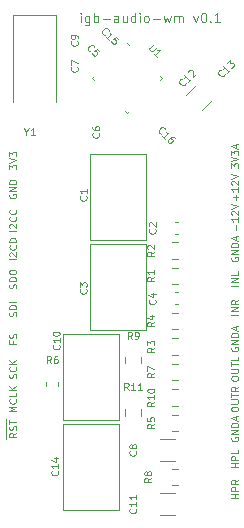
<source format=gto>
G04 #@! TF.GenerationSoftware,KiCad,Pcbnew,(5.1.4)-1*
G04 #@! TF.CreationDate,2021-04-18T09:35:50+09:00*
G04 #@! TF.ProjectId,audio-board-wm8731,61756469-6f2d-4626-9f61-72642d776d38,rev?*
G04 #@! TF.SameCoordinates,Original*
G04 #@! TF.FileFunction,Legend,Top*
G04 #@! TF.FilePolarity,Positive*
%FSLAX46Y46*%
G04 Gerber Fmt 4.6, Leading zero omitted, Abs format (unit mm)*
G04 Created by KiCad (PCBNEW (5.1.4)-1) date 2021-04-18 09:35:50*
%MOMM*%
%LPD*%
G04 APERTURE LIST*
%ADD10C,0.120000*%
%ADD11C,0.100000*%
G04 APERTURE END LIST*
D10*
X57433333Y-41763904D02*
X57433333Y-41230571D01*
X57433333Y-40963904D02*
X57395238Y-41002000D01*
X57433333Y-41040095D01*
X57471428Y-41002000D01*
X57433333Y-40963904D01*
X57433333Y-41040095D01*
X58157142Y-41230571D02*
X58157142Y-41878190D01*
X58119047Y-41954380D01*
X58080952Y-41992476D01*
X58004761Y-42030571D01*
X57890476Y-42030571D01*
X57814285Y-41992476D01*
X58157142Y-41725809D02*
X58080952Y-41763904D01*
X57928571Y-41763904D01*
X57852380Y-41725809D01*
X57814285Y-41687714D01*
X57776190Y-41611523D01*
X57776190Y-41382952D01*
X57814285Y-41306761D01*
X57852380Y-41268666D01*
X57928571Y-41230571D01*
X58080952Y-41230571D01*
X58157142Y-41268666D01*
X58538095Y-41763904D02*
X58538095Y-40963904D01*
X58538095Y-41268666D02*
X58614285Y-41230571D01*
X58766666Y-41230571D01*
X58842857Y-41268666D01*
X58880952Y-41306761D01*
X58919047Y-41382952D01*
X58919047Y-41611523D01*
X58880952Y-41687714D01*
X58842857Y-41725809D01*
X58766666Y-41763904D01*
X58614285Y-41763904D01*
X58538095Y-41725809D01*
X59261904Y-41459142D02*
X59871428Y-41459142D01*
X60595238Y-41763904D02*
X60595238Y-41344857D01*
X60557142Y-41268666D01*
X60480952Y-41230571D01*
X60328571Y-41230571D01*
X60252380Y-41268666D01*
X60595238Y-41725809D02*
X60519047Y-41763904D01*
X60328571Y-41763904D01*
X60252380Y-41725809D01*
X60214285Y-41649619D01*
X60214285Y-41573428D01*
X60252380Y-41497238D01*
X60328571Y-41459142D01*
X60519047Y-41459142D01*
X60595238Y-41421047D01*
X61319047Y-41230571D02*
X61319047Y-41763904D01*
X60976190Y-41230571D02*
X60976190Y-41649619D01*
X61014285Y-41725809D01*
X61090476Y-41763904D01*
X61204761Y-41763904D01*
X61280952Y-41725809D01*
X61319047Y-41687714D01*
X62042857Y-41763904D02*
X62042857Y-40963904D01*
X62042857Y-41725809D02*
X61966666Y-41763904D01*
X61814285Y-41763904D01*
X61738095Y-41725809D01*
X61700000Y-41687714D01*
X61661904Y-41611523D01*
X61661904Y-41382952D01*
X61700000Y-41306761D01*
X61738095Y-41268666D01*
X61814285Y-41230571D01*
X61966666Y-41230571D01*
X62042857Y-41268666D01*
X62423809Y-41763904D02*
X62423809Y-41230571D01*
X62423809Y-40963904D02*
X62385714Y-41002000D01*
X62423809Y-41040095D01*
X62461904Y-41002000D01*
X62423809Y-40963904D01*
X62423809Y-41040095D01*
X62919047Y-41763904D02*
X62842857Y-41725809D01*
X62804761Y-41687714D01*
X62766666Y-41611523D01*
X62766666Y-41382952D01*
X62804761Y-41306761D01*
X62842857Y-41268666D01*
X62919047Y-41230571D01*
X63033333Y-41230571D01*
X63109523Y-41268666D01*
X63147619Y-41306761D01*
X63185714Y-41382952D01*
X63185714Y-41611523D01*
X63147619Y-41687714D01*
X63109523Y-41725809D01*
X63033333Y-41763904D01*
X62919047Y-41763904D01*
X63528571Y-41459142D02*
X64138095Y-41459142D01*
X64442857Y-41230571D02*
X64595238Y-41763904D01*
X64747619Y-41382952D01*
X64900000Y-41763904D01*
X65052380Y-41230571D01*
X65357142Y-41763904D02*
X65357142Y-41230571D01*
X65357142Y-41306761D02*
X65395238Y-41268666D01*
X65471428Y-41230571D01*
X65585714Y-41230571D01*
X65661904Y-41268666D01*
X65700000Y-41344857D01*
X65700000Y-41763904D01*
X65700000Y-41344857D02*
X65738095Y-41268666D01*
X65814285Y-41230571D01*
X65928571Y-41230571D01*
X66004761Y-41268666D01*
X66042857Y-41344857D01*
X66042857Y-41763904D01*
X66957142Y-41230571D02*
X67147619Y-41763904D01*
X67338095Y-41230571D01*
X67795238Y-40963904D02*
X67871428Y-40963904D01*
X67947619Y-41002000D01*
X67985714Y-41040095D01*
X68023809Y-41116285D01*
X68061904Y-41268666D01*
X68061904Y-41459142D01*
X68023809Y-41611523D01*
X67985714Y-41687714D01*
X67947619Y-41725809D01*
X67871428Y-41763904D01*
X67795238Y-41763904D01*
X67719047Y-41725809D01*
X67680952Y-41687714D01*
X67642857Y-41611523D01*
X67604761Y-41459142D01*
X67604761Y-41268666D01*
X67642857Y-41116285D01*
X67680952Y-41040095D01*
X67719047Y-41002000D01*
X67795238Y-40963904D01*
X68404761Y-41687714D02*
X68442857Y-41725809D01*
X68404761Y-41763904D01*
X68366666Y-41725809D01*
X68404761Y-41687714D01*
X68404761Y-41763904D01*
X69204761Y-41763904D02*
X68747619Y-41763904D01*
X68976190Y-41763904D02*
X68976190Y-40963904D01*
X68900000Y-41078190D01*
X68823809Y-41154380D01*
X68747619Y-41192476D01*
D11*
X51360428Y-54209857D02*
X51360428Y-53838428D01*
X51589000Y-54038428D01*
X51589000Y-53952714D01*
X51617571Y-53895571D01*
X51646142Y-53867000D01*
X51703285Y-53838428D01*
X51846142Y-53838428D01*
X51903285Y-53867000D01*
X51931857Y-53895571D01*
X51960428Y-53952714D01*
X51960428Y-54124142D01*
X51931857Y-54181285D01*
X51903285Y-54209857D01*
X51360428Y-53667000D02*
X51960428Y-53467000D01*
X51360428Y-53267000D01*
X51360428Y-53124142D02*
X51360428Y-52752714D01*
X51589000Y-52952714D01*
X51589000Y-52867000D01*
X51617571Y-52809857D01*
X51646142Y-52781285D01*
X51703285Y-52752714D01*
X51846142Y-52752714D01*
X51903285Y-52781285D01*
X51931857Y-52809857D01*
X51960428Y-52867000D01*
X51960428Y-53038428D01*
X51931857Y-53095571D01*
X51903285Y-53124142D01*
X51389000Y-56337142D02*
X51360428Y-56394285D01*
X51360428Y-56480000D01*
X51389000Y-56565714D01*
X51446142Y-56622857D01*
X51503285Y-56651428D01*
X51617571Y-56680000D01*
X51703285Y-56680000D01*
X51817571Y-56651428D01*
X51874714Y-56622857D01*
X51931857Y-56565714D01*
X51960428Y-56480000D01*
X51960428Y-56422857D01*
X51931857Y-56337142D01*
X51903285Y-56308571D01*
X51703285Y-56308571D01*
X51703285Y-56422857D01*
X51960428Y-56051428D02*
X51360428Y-56051428D01*
X51960428Y-55708571D01*
X51360428Y-55708571D01*
X51960428Y-55422857D02*
X51360428Y-55422857D01*
X51360428Y-55280000D01*
X51389000Y-55194285D01*
X51446142Y-55137142D01*
X51503285Y-55108571D01*
X51617571Y-55080000D01*
X51703285Y-55080000D01*
X51817571Y-55108571D01*
X51874714Y-55137142D01*
X51931857Y-55194285D01*
X51960428Y-55280000D01*
X51960428Y-55422857D01*
X51960428Y-59432714D02*
X51360428Y-59432714D01*
X51417571Y-59175571D02*
X51389000Y-59147000D01*
X51360428Y-59089857D01*
X51360428Y-58947000D01*
X51389000Y-58889857D01*
X51417571Y-58861285D01*
X51474714Y-58832714D01*
X51531857Y-58832714D01*
X51617571Y-58861285D01*
X51960428Y-59204142D01*
X51960428Y-58832714D01*
X51903285Y-58232714D02*
X51931857Y-58261285D01*
X51960428Y-58347000D01*
X51960428Y-58404142D01*
X51931857Y-58489857D01*
X51874714Y-58547000D01*
X51817571Y-58575571D01*
X51703285Y-58604142D01*
X51617571Y-58604142D01*
X51503285Y-58575571D01*
X51446142Y-58547000D01*
X51389000Y-58489857D01*
X51360428Y-58404142D01*
X51360428Y-58347000D01*
X51389000Y-58261285D01*
X51417571Y-58232714D01*
X51903285Y-57632714D02*
X51931857Y-57661285D01*
X51960428Y-57747000D01*
X51960428Y-57804142D01*
X51931857Y-57889857D01*
X51874714Y-57947000D01*
X51817571Y-57975571D01*
X51703285Y-58004142D01*
X51617571Y-58004142D01*
X51503285Y-57975571D01*
X51446142Y-57947000D01*
X51389000Y-57889857D01*
X51360428Y-57804142D01*
X51360428Y-57747000D01*
X51389000Y-57661285D01*
X51417571Y-57632714D01*
X51960428Y-61845714D02*
X51360428Y-61845714D01*
X51417571Y-61588571D02*
X51389000Y-61560000D01*
X51360428Y-61502857D01*
X51360428Y-61360000D01*
X51389000Y-61302857D01*
X51417571Y-61274285D01*
X51474714Y-61245714D01*
X51531857Y-61245714D01*
X51617571Y-61274285D01*
X51960428Y-61617142D01*
X51960428Y-61245714D01*
X51903285Y-60645714D02*
X51931857Y-60674285D01*
X51960428Y-60760000D01*
X51960428Y-60817142D01*
X51931857Y-60902857D01*
X51874714Y-60960000D01*
X51817571Y-60988571D01*
X51703285Y-61017142D01*
X51617571Y-61017142D01*
X51503285Y-60988571D01*
X51446142Y-60960000D01*
X51389000Y-60902857D01*
X51360428Y-60817142D01*
X51360428Y-60760000D01*
X51389000Y-60674285D01*
X51417571Y-60645714D01*
X51960428Y-60388571D02*
X51360428Y-60388571D01*
X51360428Y-60245714D01*
X51389000Y-60160000D01*
X51446142Y-60102857D01*
X51503285Y-60074285D01*
X51617571Y-60045714D01*
X51703285Y-60045714D01*
X51817571Y-60074285D01*
X51874714Y-60102857D01*
X51931857Y-60160000D01*
X51960428Y-60245714D01*
X51960428Y-60388571D01*
X51931857Y-64285714D02*
X51960428Y-64200000D01*
X51960428Y-64057142D01*
X51931857Y-64000000D01*
X51903285Y-63971428D01*
X51846142Y-63942857D01*
X51789000Y-63942857D01*
X51731857Y-63971428D01*
X51703285Y-64000000D01*
X51674714Y-64057142D01*
X51646142Y-64171428D01*
X51617571Y-64228571D01*
X51589000Y-64257142D01*
X51531857Y-64285714D01*
X51474714Y-64285714D01*
X51417571Y-64257142D01*
X51389000Y-64228571D01*
X51360428Y-64171428D01*
X51360428Y-64028571D01*
X51389000Y-63942857D01*
X51960428Y-63685714D02*
X51360428Y-63685714D01*
X51360428Y-63542857D01*
X51389000Y-63457142D01*
X51446142Y-63400000D01*
X51503285Y-63371428D01*
X51617571Y-63342857D01*
X51703285Y-63342857D01*
X51817571Y-63371428D01*
X51874714Y-63400000D01*
X51931857Y-63457142D01*
X51960428Y-63542857D01*
X51960428Y-63685714D01*
X51360428Y-62971428D02*
X51360428Y-62857142D01*
X51389000Y-62800000D01*
X51446142Y-62742857D01*
X51560428Y-62714285D01*
X51760428Y-62714285D01*
X51874714Y-62742857D01*
X51931857Y-62800000D01*
X51960428Y-62857142D01*
X51960428Y-62971428D01*
X51931857Y-63028571D01*
X51874714Y-63085714D01*
X51760428Y-63114285D01*
X51560428Y-63114285D01*
X51446142Y-63085714D01*
X51389000Y-63028571D01*
X51360428Y-62971428D01*
X51931857Y-66654285D02*
X51960428Y-66568571D01*
X51960428Y-66425714D01*
X51931857Y-66368571D01*
X51903285Y-66340000D01*
X51846142Y-66311428D01*
X51789000Y-66311428D01*
X51731857Y-66340000D01*
X51703285Y-66368571D01*
X51674714Y-66425714D01*
X51646142Y-66540000D01*
X51617571Y-66597142D01*
X51589000Y-66625714D01*
X51531857Y-66654285D01*
X51474714Y-66654285D01*
X51417571Y-66625714D01*
X51389000Y-66597142D01*
X51360428Y-66540000D01*
X51360428Y-66397142D01*
X51389000Y-66311428D01*
X51960428Y-66054285D02*
X51360428Y-66054285D01*
X51360428Y-65911428D01*
X51389000Y-65825714D01*
X51446142Y-65768571D01*
X51503285Y-65740000D01*
X51617571Y-65711428D01*
X51703285Y-65711428D01*
X51817571Y-65740000D01*
X51874714Y-65768571D01*
X51931857Y-65825714D01*
X51960428Y-65911428D01*
X51960428Y-66054285D01*
X51960428Y-65454285D02*
X51360428Y-65454285D01*
X51646142Y-68780000D02*
X51646142Y-68980000D01*
X51960428Y-68980000D02*
X51360428Y-68980000D01*
X51360428Y-68694285D01*
X51931857Y-68494285D02*
X51960428Y-68408571D01*
X51960428Y-68265714D01*
X51931857Y-68208571D01*
X51903285Y-68180000D01*
X51846142Y-68151428D01*
X51789000Y-68151428D01*
X51731857Y-68180000D01*
X51703285Y-68208571D01*
X51674714Y-68265714D01*
X51646142Y-68380000D01*
X51617571Y-68437142D01*
X51589000Y-68465714D01*
X51531857Y-68494285D01*
X51474714Y-68494285D01*
X51417571Y-68465714D01*
X51389000Y-68437142D01*
X51360428Y-68380000D01*
X51360428Y-68237142D01*
X51389000Y-68151428D01*
X51931857Y-71891428D02*
X51960428Y-71805714D01*
X51960428Y-71662857D01*
X51931857Y-71605714D01*
X51903285Y-71577142D01*
X51846142Y-71548571D01*
X51789000Y-71548571D01*
X51731857Y-71577142D01*
X51703285Y-71605714D01*
X51674714Y-71662857D01*
X51646142Y-71777142D01*
X51617571Y-71834285D01*
X51589000Y-71862857D01*
X51531857Y-71891428D01*
X51474714Y-71891428D01*
X51417571Y-71862857D01*
X51389000Y-71834285D01*
X51360428Y-71777142D01*
X51360428Y-71634285D01*
X51389000Y-71548571D01*
X51903285Y-70948571D02*
X51931857Y-70977142D01*
X51960428Y-71062857D01*
X51960428Y-71120000D01*
X51931857Y-71205714D01*
X51874714Y-71262857D01*
X51817571Y-71291428D01*
X51703285Y-71320000D01*
X51617571Y-71320000D01*
X51503285Y-71291428D01*
X51446142Y-71262857D01*
X51389000Y-71205714D01*
X51360428Y-71120000D01*
X51360428Y-71062857D01*
X51389000Y-70977142D01*
X51417571Y-70948571D01*
X51960428Y-70691428D02*
X51360428Y-70691428D01*
X51960428Y-70348571D02*
X51617571Y-70605714D01*
X51360428Y-70348571D02*
X51703285Y-70691428D01*
X51960428Y-74702857D02*
X51360428Y-74702857D01*
X51789000Y-74502857D01*
X51360428Y-74302857D01*
X51960428Y-74302857D01*
X51903285Y-73674285D02*
X51931857Y-73702857D01*
X51960428Y-73788571D01*
X51960428Y-73845714D01*
X51931857Y-73931428D01*
X51874714Y-73988571D01*
X51817571Y-74017142D01*
X51703285Y-74045714D01*
X51617571Y-74045714D01*
X51503285Y-74017142D01*
X51446142Y-73988571D01*
X51389000Y-73931428D01*
X51360428Y-73845714D01*
X51360428Y-73788571D01*
X51389000Y-73702857D01*
X51417571Y-73674285D01*
X51960428Y-73131428D02*
X51960428Y-73417142D01*
X51360428Y-73417142D01*
X51960428Y-72931428D02*
X51360428Y-72931428D01*
X51960428Y-72588571D02*
X51617571Y-72845714D01*
X51360428Y-72588571D02*
X51703285Y-72931428D01*
X51127000Y-77014285D02*
X51127000Y-76414285D01*
X51960428Y-76528571D02*
X51674714Y-76728571D01*
X51960428Y-76871428D02*
X51360428Y-76871428D01*
X51360428Y-76642857D01*
X51389000Y-76585714D01*
X51417571Y-76557142D01*
X51474714Y-76528571D01*
X51560428Y-76528571D01*
X51617571Y-76557142D01*
X51646142Y-76585714D01*
X51674714Y-76642857D01*
X51674714Y-76871428D01*
X51127000Y-76414285D02*
X51127000Y-75842857D01*
X51931857Y-76300000D02*
X51960428Y-76214285D01*
X51960428Y-76071428D01*
X51931857Y-76014285D01*
X51903285Y-75985714D01*
X51846142Y-75957142D01*
X51789000Y-75957142D01*
X51731857Y-75985714D01*
X51703285Y-76014285D01*
X51674714Y-76071428D01*
X51646142Y-76185714D01*
X51617571Y-76242857D01*
X51589000Y-76271428D01*
X51531857Y-76300000D01*
X51474714Y-76300000D01*
X51417571Y-76271428D01*
X51389000Y-76242857D01*
X51360428Y-76185714D01*
X51360428Y-76042857D01*
X51389000Y-75957142D01*
X51127000Y-75842857D02*
X51127000Y-75385714D01*
X51360428Y-75785714D02*
X51360428Y-75442857D01*
X51960428Y-75614285D02*
X51360428Y-75614285D01*
X70756428Y-82051428D02*
X70156428Y-82051428D01*
X70442142Y-82051428D02*
X70442142Y-81708571D01*
X70756428Y-81708571D02*
X70156428Y-81708571D01*
X70756428Y-81422857D02*
X70156428Y-81422857D01*
X70156428Y-81194285D01*
X70185000Y-81137142D01*
X70213571Y-81108571D01*
X70270714Y-81080000D01*
X70356428Y-81080000D01*
X70413571Y-81108571D01*
X70442142Y-81137142D01*
X70470714Y-81194285D01*
X70470714Y-81422857D01*
X70756428Y-80480000D02*
X70470714Y-80680000D01*
X70756428Y-80822857D02*
X70156428Y-80822857D01*
X70156428Y-80594285D01*
X70185000Y-80537142D01*
X70213571Y-80508571D01*
X70270714Y-80480000D01*
X70356428Y-80480000D01*
X70413571Y-80508571D01*
X70442142Y-80537142D01*
X70470714Y-80594285D01*
X70470714Y-80822857D01*
X70756428Y-79454285D02*
X70156428Y-79454285D01*
X70442142Y-79454285D02*
X70442142Y-79111428D01*
X70756428Y-79111428D02*
X70156428Y-79111428D01*
X70756428Y-78825714D02*
X70156428Y-78825714D01*
X70156428Y-78597142D01*
X70185000Y-78540000D01*
X70213571Y-78511428D01*
X70270714Y-78482857D01*
X70356428Y-78482857D01*
X70413571Y-78511428D01*
X70442142Y-78540000D01*
X70470714Y-78597142D01*
X70470714Y-78825714D01*
X70756428Y-77940000D02*
X70756428Y-78225714D01*
X70156428Y-78225714D01*
X70185000Y-76914285D02*
X70156428Y-76971428D01*
X70156428Y-77057142D01*
X70185000Y-77142857D01*
X70242142Y-77200000D01*
X70299285Y-77228571D01*
X70413571Y-77257142D01*
X70499285Y-77257142D01*
X70613571Y-77228571D01*
X70670714Y-77200000D01*
X70727857Y-77142857D01*
X70756428Y-77057142D01*
X70756428Y-77000000D01*
X70727857Y-76914285D01*
X70699285Y-76885714D01*
X70499285Y-76885714D01*
X70499285Y-77000000D01*
X70756428Y-76628571D02*
X70156428Y-76628571D01*
X70756428Y-76285714D01*
X70156428Y-76285714D01*
X70756428Y-76000000D02*
X70156428Y-76000000D01*
X70156428Y-75857142D01*
X70185000Y-75771428D01*
X70242142Y-75714285D01*
X70299285Y-75685714D01*
X70413571Y-75657142D01*
X70499285Y-75657142D01*
X70613571Y-75685714D01*
X70670714Y-75714285D01*
X70727857Y-75771428D01*
X70756428Y-75857142D01*
X70756428Y-76000000D01*
X70585000Y-75428571D02*
X70585000Y-75142857D01*
X70756428Y-75485714D02*
X70156428Y-75285714D01*
X70756428Y-75085714D01*
X70156428Y-74560000D02*
X70156428Y-74445714D01*
X70185000Y-74388571D01*
X70242142Y-74331428D01*
X70356428Y-74302857D01*
X70556428Y-74302857D01*
X70670714Y-74331428D01*
X70727857Y-74388571D01*
X70756428Y-74445714D01*
X70756428Y-74560000D01*
X70727857Y-74617142D01*
X70670714Y-74674285D01*
X70556428Y-74702857D01*
X70356428Y-74702857D01*
X70242142Y-74674285D01*
X70185000Y-74617142D01*
X70156428Y-74560000D01*
X70156428Y-74045714D02*
X70642142Y-74045714D01*
X70699285Y-74017142D01*
X70727857Y-73988571D01*
X70756428Y-73931428D01*
X70756428Y-73817142D01*
X70727857Y-73760000D01*
X70699285Y-73731428D01*
X70642142Y-73702857D01*
X70156428Y-73702857D01*
X70156428Y-73502857D02*
X70156428Y-73160000D01*
X70756428Y-73331428D02*
X70156428Y-73331428D01*
X70756428Y-72617142D02*
X70470714Y-72817142D01*
X70756428Y-72960000D02*
X70156428Y-72960000D01*
X70156428Y-72731428D01*
X70185000Y-72674285D01*
X70213571Y-72645714D01*
X70270714Y-72617142D01*
X70356428Y-72617142D01*
X70413571Y-72645714D01*
X70442142Y-72674285D01*
X70470714Y-72731428D01*
X70470714Y-72960000D01*
X70156428Y-71962857D02*
X70156428Y-71848571D01*
X70185000Y-71791428D01*
X70242142Y-71734285D01*
X70356428Y-71705714D01*
X70556428Y-71705714D01*
X70670714Y-71734285D01*
X70727857Y-71791428D01*
X70756428Y-71848571D01*
X70756428Y-71962857D01*
X70727857Y-72020000D01*
X70670714Y-72077142D01*
X70556428Y-72105714D01*
X70356428Y-72105714D01*
X70242142Y-72077142D01*
X70185000Y-72020000D01*
X70156428Y-71962857D01*
X70156428Y-71448571D02*
X70642142Y-71448571D01*
X70699285Y-71420000D01*
X70727857Y-71391428D01*
X70756428Y-71334285D01*
X70756428Y-71220000D01*
X70727857Y-71162857D01*
X70699285Y-71134285D01*
X70642142Y-71105714D01*
X70156428Y-71105714D01*
X70156428Y-70905714D02*
X70156428Y-70562857D01*
X70756428Y-70734285D02*
X70156428Y-70734285D01*
X70756428Y-70077142D02*
X70756428Y-70362857D01*
X70156428Y-70362857D01*
X70185000Y-69294285D02*
X70156428Y-69351428D01*
X70156428Y-69437142D01*
X70185000Y-69522857D01*
X70242142Y-69580000D01*
X70299285Y-69608571D01*
X70413571Y-69637142D01*
X70499285Y-69637142D01*
X70613571Y-69608571D01*
X70670714Y-69580000D01*
X70727857Y-69522857D01*
X70756428Y-69437142D01*
X70756428Y-69380000D01*
X70727857Y-69294285D01*
X70699285Y-69265714D01*
X70499285Y-69265714D01*
X70499285Y-69380000D01*
X70756428Y-69008571D02*
X70156428Y-69008571D01*
X70756428Y-68665714D01*
X70156428Y-68665714D01*
X70756428Y-68380000D02*
X70156428Y-68380000D01*
X70156428Y-68237142D01*
X70185000Y-68151428D01*
X70242142Y-68094285D01*
X70299285Y-68065714D01*
X70413571Y-68037142D01*
X70499285Y-68037142D01*
X70613571Y-68065714D01*
X70670714Y-68094285D01*
X70727857Y-68151428D01*
X70756428Y-68237142D01*
X70756428Y-68380000D01*
X70585000Y-67808571D02*
X70585000Y-67522857D01*
X70756428Y-67865714D02*
X70156428Y-67665714D01*
X70756428Y-67465714D01*
X70756428Y-66527285D02*
X70156428Y-66527285D01*
X70756428Y-66241571D02*
X70156428Y-66241571D01*
X70756428Y-65898714D01*
X70156428Y-65898714D01*
X70756428Y-65270142D02*
X70470714Y-65470142D01*
X70756428Y-65613000D02*
X70156428Y-65613000D01*
X70156428Y-65384428D01*
X70185000Y-65327285D01*
X70213571Y-65298714D01*
X70270714Y-65270142D01*
X70356428Y-65270142D01*
X70413571Y-65298714D01*
X70442142Y-65327285D01*
X70470714Y-65384428D01*
X70470714Y-65613000D01*
X70756428Y-64057142D02*
X70156428Y-64057142D01*
X70756428Y-63771428D02*
X70156428Y-63771428D01*
X70756428Y-63428571D01*
X70156428Y-63428571D01*
X70756428Y-62857142D02*
X70756428Y-63142857D01*
X70156428Y-63142857D01*
X70185000Y-61674285D02*
X70156428Y-61731428D01*
X70156428Y-61817142D01*
X70185000Y-61902857D01*
X70242142Y-61960000D01*
X70299285Y-61988571D01*
X70413571Y-62017142D01*
X70499285Y-62017142D01*
X70613571Y-61988571D01*
X70670714Y-61960000D01*
X70727857Y-61902857D01*
X70756428Y-61817142D01*
X70756428Y-61760000D01*
X70727857Y-61674285D01*
X70699285Y-61645714D01*
X70499285Y-61645714D01*
X70499285Y-61760000D01*
X70756428Y-61388571D02*
X70156428Y-61388571D01*
X70756428Y-61045714D01*
X70156428Y-61045714D01*
X70756428Y-60760000D02*
X70156428Y-60760000D01*
X70156428Y-60617142D01*
X70185000Y-60531428D01*
X70242142Y-60474285D01*
X70299285Y-60445714D01*
X70413571Y-60417142D01*
X70499285Y-60417142D01*
X70613571Y-60445714D01*
X70670714Y-60474285D01*
X70727857Y-60531428D01*
X70756428Y-60617142D01*
X70756428Y-60760000D01*
X70585000Y-60188571D02*
X70585000Y-59902857D01*
X70756428Y-60245714D02*
X70156428Y-60045714D01*
X70756428Y-59845714D01*
X70527857Y-59350142D02*
X70527857Y-58893000D01*
X70756428Y-58293000D02*
X70756428Y-58635857D01*
X70756428Y-58464428D02*
X70156428Y-58464428D01*
X70242142Y-58521571D01*
X70299285Y-58578714D01*
X70327857Y-58635857D01*
X70213571Y-58064428D02*
X70185000Y-58035857D01*
X70156428Y-57978714D01*
X70156428Y-57835857D01*
X70185000Y-57778714D01*
X70213571Y-57750142D01*
X70270714Y-57721571D01*
X70327857Y-57721571D01*
X70413571Y-57750142D01*
X70756428Y-58093000D01*
X70756428Y-57721571D01*
X70156428Y-57550142D02*
X70756428Y-57350142D01*
X70156428Y-57150142D01*
X70527857Y-56810142D02*
X70527857Y-56353000D01*
X70756428Y-56581571D02*
X70299285Y-56581571D01*
X70756428Y-55753000D02*
X70756428Y-56095857D01*
X70756428Y-55924428D02*
X70156428Y-55924428D01*
X70242142Y-55981571D01*
X70299285Y-56038714D01*
X70327857Y-56095857D01*
X70213571Y-55524428D02*
X70185000Y-55495857D01*
X70156428Y-55438714D01*
X70156428Y-55295857D01*
X70185000Y-55238714D01*
X70213571Y-55210142D01*
X70270714Y-55181571D01*
X70327857Y-55181571D01*
X70413571Y-55210142D01*
X70756428Y-55553000D01*
X70756428Y-55181571D01*
X70156428Y-55010142D02*
X70756428Y-54810142D01*
X70156428Y-54610142D01*
X70156428Y-54086000D02*
X70156428Y-53714571D01*
X70385000Y-53914571D01*
X70385000Y-53828857D01*
X70413571Y-53771714D01*
X70442142Y-53743142D01*
X70499285Y-53714571D01*
X70642142Y-53714571D01*
X70699285Y-53743142D01*
X70727857Y-53771714D01*
X70756428Y-53828857D01*
X70756428Y-54000285D01*
X70727857Y-54057428D01*
X70699285Y-54086000D01*
X70156428Y-53543142D02*
X70756428Y-53343142D01*
X70156428Y-53143142D01*
X70156428Y-53000285D02*
X70156428Y-52628857D01*
X70385000Y-52828857D01*
X70385000Y-52743142D01*
X70413571Y-52686000D01*
X70442142Y-52657428D01*
X70499285Y-52628857D01*
X70642142Y-52628857D01*
X70699285Y-52657428D01*
X70727857Y-52686000D01*
X70756428Y-52743142D01*
X70756428Y-52914571D01*
X70727857Y-52971714D01*
X70699285Y-53000285D01*
X70585000Y-52400285D02*
X70585000Y-52114571D01*
X70756428Y-52457428D02*
X70156428Y-52257428D01*
X70756428Y-52057428D01*
D10*
X61500099Y-43657108D02*
X61341000Y-43498009D01*
X61341000Y-49465991D02*
X61500099Y-49306892D01*
X61181901Y-49306892D02*
X61341000Y-49465991D01*
X58357009Y-46482000D02*
X58516108Y-46322901D01*
X58516108Y-46641099D02*
X58357009Y-46482000D01*
X64324991Y-46482000D02*
X64165892Y-46641099D01*
X64165892Y-46322901D02*
X64324991Y-46482000D01*
X54481000Y-72552779D02*
X54481000Y-72227221D01*
X55501000Y-72552779D02*
X55501000Y-72227221D01*
X51700000Y-41175000D02*
X51700000Y-48500000D01*
X55300000Y-41175000D02*
X51700000Y-41175000D01*
X55300000Y-48500000D02*
X55300000Y-41175000D01*
X62559000Y-75061578D02*
X62559000Y-74544422D01*
X61139000Y-75061578D02*
X61139000Y-74544422D01*
X65146422Y-74243000D02*
X65663578Y-74243000D01*
X65146422Y-72823000D02*
X65663578Y-72823000D01*
X61139000Y-70099422D02*
X61139000Y-70616578D01*
X62559000Y-70099422D02*
X62559000Y-70616578D01*
X65146422Y-80974000D02*
X65663578Y-80974000D01*
X65146422Y-79554000D02*
X65663578Y-79554000D01*
X65146422Y-72084000D02*
X65663578Y-72084000D01*
X65146422Y-70664000D02*
X65663578Y-70664000D01*
X65146422Y-76402000D02*
X65663578Y-76402000D01*
X65146422Y-74982000D02*
X65663578Y-74982000D01*
X65146422Y-67766000D02*
X65663578Y-67766000D01*
X65146422Y-66346000D02*
X65663578Y-66346000D01*
X65146422Y-69925000D02*
X65663578Y-69925000D01*
X65146422Y-68505000D02*
X65663578Y-68505000D01*
X65146422Y-61797000D02*
X65663578Y-61797000D01*
X65146422Y-60377000D02*
X65663578Y-60377000D01*
X65146422Y-63956000D02*
X65663578Y-63956000D01*
X65146422Y-62536000D02*
X65663578Y-62536000D01*
X55923000Y-75795000D02*
X60663000Y-75795000D01*
X55923000Y-83035000D02*
X60663000Y-83035000D01*
X60663000Y-83035000D02*
X60663000Y-75795000D01*
X55923000Y-83035000D02*
X55923000Y-75795000D01*
X66367809Y-47915256D02*
X67219256Y-47063809D01*
X67654744Y-49202191D02*
X68506191Y-48350744D01*
X64167936Y-83460000D02*
X65372064Y-83460000D01*
X64167936Y-81640000D02*
X65372064Y-81640000D01*
X55923000Y-68175000D02*
X60663000Y-68175000D01*
X55923000Y-75415000D02*
X60663000Y-75415000D01*
X60663000Y-75415000D02*
X60663000Y-68175000D01*
X55923000Y-75415000D02*
X55923000Y-68175000D01*
X64167936Y-78888000D02*
X65372064Y-78888000D01*
X64167936Y-77068000D02*
X65372064Y-77068000D01*
X65694779Y-64641000D02*
X65369221Y-64641000D01*
X65694779Y-65661000D02*
X65369221Y-65661000D01*
X58209000Y-60555000D02*
X62949000Y-60555000D01*
X58209000Y-67795000D02*
X62949000Y-67795000D01*
X62949000Y-67795000D02*
X62949000Y-60555000D01*
X58209000Y-67795000D02*
X58209000Y-60555000D01*
X65694779Y-58672000D02*
X65369221Y-58672000D01*
X65694779Y-59692000D02*
X65369221Y-59692000D01*
X58209000Y-52935000D02*
X62949000Y-52935000D01*
X58209000Y-60175000D02*
X62949000Y-60175000D01*
X62949000Y-60175000D02*
X62949000Y-52935000D01*
X58209000Y-60175000D02*
X58209000Y-52935000D01*
D11*
X63597681Y-43578821D02*
X63254229Y-43922272D01*
X63234026Y-43982882D01*
X63234026Y-44023288D01*
X63254229Y-44083897D01*
X63335041Y-44164709D01*
X63395650Y-44184912D01*
X63436056Y-44184912D01*
X63496666Y-44164709D01*
X63840117Y-43821257D01*
X63840117Y-44669785D02*
X63597681Y-44427349D01*
X63718899Y-44548567D02*
X64143163Y-44124303D01*
X64042148Y-44144506D01*
X63961336Y-44144506D01*
X63900727Y-44124303D01*
X54891000Y-70629428D02*
X54691000Y-70343714D01*
X54548142Y-70629428D02*
X54548142Y-70029428D01*
X54776714Y-70029428D01*
X54833857Y-70058000D01*
X54862428Y-70086571D01*
X54891000Y-70143714D01*
X54891000Y-70229428D01*
X54862428Y-70286571D01*
X54833857Y-70315142D01*
X54776714Y-70343714D01*
X54548142Y-70343714D01*
X55405285Y-70029428D02*
X55291000Y-70029428D01*
X55233857Y-70058000D01*
X55205285Y-70086571D01*
X55148142Y-70172285D01*
X55119571Y-70286571D01*
X55119571Y-70515142D01*
X55148142Y-70572285D01*
X55176714Y-70600857D01*
X55233857Y-70629428D01*
X55348142Y-70629428D01*
X55405285Y-70600857D01*
X55433857Y-70572285D01*
X55462428Y-70515142D01*
X55462428Y-70372285D01*
X55433857Y-70315142D01*
X55405285Y-70286571D01*
X55348142Y-70258000D01*
X55233857Y-70258000D01*
X55176714Y-70286571D01*
X55148142Y-70315142D01*
X55119571Y-70372285D01*
X66299781Y-46906264D02*
X66299781Y-46946670D01*
X66259375Y-47027482D01*
X66218969Y-47067888D01*
X66138157Y-47108294D01*
X66057345Y-47108294D01*
X65996735Y-47088091D01*
X65895720Y-47027482D01*
X65835111Y-46966873D01*
X65774502Y-46865857D01*
X65754299Y-46805248D01*
X65754299Y-46724436D01*
X65794705Y-46643624D01*
X65835111Y-46603218D01*
X65915923Y-46562812D01*
X65956329Y-46562812D01*
X66744248Y-46542609D02*
X66501812Y-46785045D01*
X66623030Y-46663827D02*
X66198766Y-46239563D01*
X66218969Y-46340578D01*
X66218969Y-46421390D01*
X66198766Y-46482000D01*
X66522015Y-45997126D02*
X66522015Y-45956720D01*
X66542218Y-45896111D01*
X66643233Y-45795096D01*
X66703842Y-45774893D01*
X66744248Y-45774893D01*
X66804857Y-45795096D01*
X66845264Y-45835502D01*
X66885670Y-45916314D01*
X66885670Y-46401187D01*
X67148309Y-46138548D01*
X57121285Y-43387500D02*
X57149857Y-43416071D01*
X57178428Y-43501785D01*
X57178428Y-43558928D01*
X57149857Y-43644642D01*
X57092714Y-43701785D01*
X57035571Y-43730357D01*
X56921285Y-43758928D01*
X56835571Y-43758928D01*
X56721285Y-43730357D01*
X56664142Y-43701785D01*
X56607000Y-43644642D01*
X56578428Y-43558928D01*
X56578428Y-43501785D01*
X56607000Y-43416071D01*
X56635571Y-43387500D01*
X57178428Y-43101785D02*
X57178428Y-42987500D01*
X57149857Y-42930357D01*
X57121285Y-42901785D01*
X57035571Y-42844642D01*
X56921285Y-42816071D01*
X56692714Y-42816071D01*
X56635571Y-42844642D01*
X56607000Y-42873214D01*
X56578428Y-42930357D01*
X56578428Y-43044642D01*
X56607000Y-43101785D01*
X56635571Y-43130357D01*
X56692714Y-43158928D01*
X56835571Y-43158928D01*
X56892714Y-43130357D01*
X56921285Y-43101785D01*
X56949857Y-43044642D01*
X56949857Y-42930357D01*
X56921285Y-42873214D01*
X56892714Y-42844642D01*
X56835571Y-42816071D01*
X57121285Y-45587500D02*
X57149857Y-45616071D01*
X57178428Y-45701785D01*
X57178428Y-45758928D01*
X57149857Y-45844642D01*
X57092714Y-45901785D01*
X57035571Y-45930357D01*
X56921285Y-45958928D01*
X56835571Y-45958928D01*
X56721285Y-45930357D01*
X56664142Y-45901785D01*
X56607000Y-45844642D01*
X56578428Y-45758928D01*
X56578428Y-45701785D01*
X56607000Y-45616071D01*
X56635571Y-45587500D01*
X56578428Y-45387500D02*
X56578428Y-44987500D01*
X57178428Y-45244642D01*
X58938285Y-51154000D02*
X58966857Y-51182571D01*
X58995428Y-51268285D01*
X58995428Y-51325428D01*
X58966857Y-51411142D01*
X58909714Y-51468285D01*
X58852571Y-51496857D01*
X58738285Y-51525428D01*
X58652571Y-51525428D01*
X58538285Y-51496857D01*
X58481142Y-51468285D01*
X58424000Y-51411142D01*
X58395428Y-51325428D01*
X58395428Y-51268285D01*
X58424000Y-51182571D01*
X58452571Y-51154000D01*
X58395428Y-50639714D02*
X58395428Y-50754000D01*
X58424000Y-50811142D01*
X58452571Y-50839714D01*
X58538285Y-50896857D01*
X58652571Y-50925428D01*
X58881142Y-50925428D01*
X58938285Y-50896857D01*
X58966857Y-50868285D01*
X58995428Y-50811142D01*
X58995428Y-50696857D01*
X58966857Y-50639714D01*
X58938285Y-50611142D01*
X58881142Y-50582571D01*
X58738285Y-50582571D01*
X58681142Y-50611142D01*
X58652571Y-50639714D01*
X58624000Y-50696857D01*
X58624000Y-50811142D01*
X58652571Y-50868285D01*
X58681142Y-50896857D01*
X58738285Y-50925428D01*
X58229437Y-44209247D02*
X58189031Y-44209247D01*
X58108219Y-44168841D01*
X58067813Y-44128435D01*
X58027406Y-44047622D01*
X58027406Y-43966810D01*
X58047609Y-43906201D01*
X58108219Y-43805186D01*
X58168828Y-43744577D01*
X58269843Y-43683967D01*
X58330452Y-43663764D01*
X58411264Y-43663764D01*
X58492077Y-43704170D01*
X58532483Y-43744577D01*
X58572889Y-43825389D01*
X58572889Y-43865795D01*
X58997153Y-44209247D02*
X58795122Y-44007216D01*
X58572889Y-44189044D01*
X58613295Y-44189044D01*
X58673904Y-44209247D01*
X58774919Y-44310262D01*
X58795122Y-44370871D01*
X58795122Y-44411277D01*
X58774919Y-44471886D01*
X58673904Y-44572902D01*
X58613295Y-44593105D01*
X58572889Y-44593105D01*
X58512280Y-44572902D01*
X58411264Y-44471886D01*
X58391061Y-44411277D01*
X58391061Y-44370871D01*
X64218735Y-51186781D02*
X64178329Y-51186781D01*
X64097517Y-51146375D01*
X64057111Y-51105969D01*
X64016705Y-51025157D01*
X64016705Y-50944345D01*
X64036908Y-50883735D01*
X64097517Y-50782720D01*
X64158126Y-50722111D01*
X64259142Y-50661502D01*
X64319751Y-50641299D01*
X64400563Y-50641299D01*
X64481375Y-50681705D01*
X64521781Y-50722111D01*
X64562187Y-50802923D01*
X64562187Y-50843329D01*
X64582390Y-51631248D02*
X64339954Y-51388812D01*
X64461172Y-51510030D02*
X64885436Y-51085766D01*
X64784421Y-51105969D01*
X64703609Y-51105969D01*
X64643000Y-51085766D01*
X65370309Y-51570639D02*
X65289497Y-51489827D01*
X65228888Y-51469624D01*
X65188482Y-51469624D01*
X65087467Y-51489827D01*
X64986451Y-51550436D01*
X64824827Y-51712061D01*
X64804624Y-51772670D01*
X64804624Y-51813076D01*
X64824827Y-51873685D01*
X64905639Y-51954497D01*
X64966248Y-51974700D01*
X65006654Y-51974700D01*
X65067264Y-51954497D01*
X65168279Y-51853482D01*
X65188482Y-51792873D01*
X65188482Y-51752467D01*
X65168279Y-51691857D01*
X65087467Y-51611045D01*
X65026857Y-51590842D01*
X64986451Y-51590842D01*
X64925842Y-51611045D01*
X59438958Y-42811163D02*
X59398552Y-42811163D01*
X59317740Y-42770757D01*
X59277334Y-42730351D01*
X59236928Y-42649539D01*
X59236928Y-42568727D01*
X59257131Y-42508117D01*
X59317740Y-42407102D01*
X59378349Y-42346493D01*
X59479365Y-42285884D01*
X59539974Y-42265681D01*
X59620786Y-42265681D01*
X59701598Y-42306087D01*
X59742004Y-42346493D01*
X59782410Y-42427305D01*
X59782410Y-42467711D01*
X59802613Y-43255630D02*
X59560177Y-43013194D01*
X59681395Y-43134412D02*
X60105659Y-42710148D01*
X60004644Y-42730351D01*
X59923832Y-42730351D01*
X59863223Y-42710148D01*
X60610735Y-43215224D02*
X60408705Y-43013194D01*
X60186471Y-43195021D01*
X60226877Y-43195021D01*
X60287487Y-43215224D01*
X60388502Y-43316239D01*
X60408705Y-43376849D01*
X60408705Y-43417255D01*
X60388502Y-43477864D01*
X60287487Y-43578879D01*
X60226877Y-43599082D01*
X60186471Y-43599082D01*
X60125862Y-43578879D01*
X60024847Y-43477864D01*
X60004644Y-43417255D01*
X60004644Y-43376849D01*
X52800285Y-51039714D02*
X52800285Y-51325428D01*
X52600285Y-50725428D02*
X52800285Y-51039714D01*
X53000285Y-50725428D01*
X53514571Y-51325428D02*
X53171714Y-51325428D01*
X53343142Y-51325428D02*
X53343142Y-50725428D01*
X53286000Y-50811142D01*
X53228857Y-50868285D01*
X53171714Y-50896857D01*
X61463285Y-72915428D02*
X61263285Y-72629714D01*
X61120428Y-72915428D02*
X61120428Y-72315428D01*
X61349000Y-72315428D01*
X61406142Y-72344000D01*
X61434714Y-72372571D01*
X61463285Y-72429714D01*
X61463285Y-72515428D01*
X61434714Y-72572571D01*
X61406142Y-72601142D01*
X61349000Y-72629714D01*
X61120428Y-72629714D01*
X62034714Y-72915428D02*
X61691857Y-72915428D01*
X61863285Y-72915428D02*
X61863285Y-72315428D01*
X61806142Y-72401142D01*
X61749000Y-72458285D01*
X61691857Y-72486857D01*
X62606142Y-72915428D02*
X62263285Y-72915428D01*
X62434714Y-72915428D02*
X62434714Y-72315428D01*
X62377571Y-72401142D01*
X62320428Y-72458285D01*
X62263285Y-72486857D01*
X63644428Y-73918714D02*
X63358714Y-74118714D01*
X63644428Y-74261571D02*
X63044428Y-74261571D01*
X63044428Y-74033000D01*
X63073000Y-73975857D01*
X63101571Y-73947285D01*
X63158714Y-73918714D01*
X63244428Y-73918714D01*
X63301571Y-73947285D01*
X63330142Y-73975857D01*
X63358714Y-74033000D01*
X63358714Y-74261571D01*
X63644428Y-73347285D02*
X63644428Y-73690142D01*
X63644428Y-73518714D02*
X63044428Y-73518714D01*
X63130142Y-73575857D01*
X63187285Y-73633000D01*
X63215857Y-73690142D01*
X63044428Y-72975857D02*
X63044428Y-72918714D01*
X63073000Y-72861571D01*
X63101571Y-72833000D01*
X63158714Y-72804428D01*
X63273000Y-72775857D01*
X63415857Y-72775857D01*
X63530142Y-72804428D01*
X63587285Y-72833000D01*
X63615857Y-72861571D01*
X63644428Y-72918714D01*
X63644428Y-72975857D01*
X63615857Y-73033000D01*
X63587285Y-73061571D01*
X63530142Y-73090142D01*
X63415857Y-73118714D01*
X63273000Y-73118714D01*
X63158714Y-73090142D01*
X63101571Y-73061571D01*
X63073000Y-73033000D01*
X63044428Y-72975857D01*
X61749000Y-68597428D02*
X61549000Y-68311714D01*
X61406142Y-68597428D02*
X61406142Y-67997428D01*
X61634714Y-67997428D01*
X61691857Y-68026000D01*
X61720428Y-68054571D01*
X61749000Y-68111714D01*
X61749000Y-68197428D01*
X61720428Y-68254571D01*
X61691857Y-68283142D01*
X61634714Y-68311714D01*
X61406142Y-68311714D01*
X62034714Y-68597428D02*
X62149000Y-68597428D01*
X62206142Y-68568857D01*
X62234714Y-68540285D01*
X62291857Y-68454571D01*
X62320428Y-68340285D01*
X62320428Y-68111714D01*
X62291857Y-68054571D01*
X62263285Y-68026000D01*
X62206142Y-67997428D01*
X62091857Y-67997428D01*
X62034714Y-68026000D01*
X62006142Y-68054571D01*
X61977571Y-68111714D01*
X61977571Y-68254571D01*
X62006142Y-68311714D01*
X62034714Y-68340285D01*
X62091857Y-68368857D01*
X62206142Y-68368857D01*
X62263285Y-68340285D01*
X62291857Y-68311714D01*
X62320428Y-68254571D01*
X63390428Y-80364000D02*
X63104714Y-80564000D01*
X63390428Y-80706857D02*
X62790428Y-80706857D01*
X62790428Y-80478285D01*
X62819000Y-80421142D01*
X62847571Y-80392571D01*
X62904714Y-80364000D01*
X62990428Y-80364000D01*
X63047571Y-80392571D01*
X63076142Y-80421142D01*
X63104714Y-80478285D01*
X63104714Y-80706857D01*
X63047571Y-80021142D02*
X63019000Y-80078285D01*
X62990428Y-80106857D01*
X62933285Y-80135428D01*
X62904714Y-80135428D01*
X62847571Y-80106857D01*
X62819000Y-80078285D01*
X62790428Y-80021142D01*
X62790428Y-79906857D01*
X62819000Y-79849714D01*
X62847571Y-79821142D01*
X62904714Y-79792571D01*
X62933285Y-79792571D01*
X62990428Y-79821142D01*
X63019000Y-79849714D01*
X63047571Y-79906857D01*
X63047571Y-80021142D01*
X63076142Y-80078285D01*
X63104714Y-80106857D01*
X63161857Y-80135428D01*
X63276142Y-80135428D01*
X63333285Y-80106857D01*
X63361857Y-80078285D01*
X63390428Y-80021142D01*
X63390428Y-79906857D01*
X63361857Y-79849714D01*
X63333285Y-79821142D01*
X63276142Y-79792571D01*
X63161857Y-79792571D01*
X63104714Y-79821142D01*
X63076142Y-79849714D01*
X63047571Y-79906857D01*
X63644428Y-71474000D02*
X63358714Y-71674000D01*
X63644428Y-71816857D02*
X63044428Y-71816857D01*
X63044428Y-71588285D01*
X63073000Y-71531142D01*
X63101571Y-71502571D01*
X63158714Y-71474000D01*
X63244428Y-71474000D01*
X63301571Y-71502571D01*
X63330142Y-71531142D01*
X63358714Y-71588285D01*
X63358714Y-71816857D01*
X63044428Y-71274000D02*
X63044428Y-70874000D01*
X63644428Y-71131142D01*
X63644428Y-75792000D02*
X63358714Y-75992000D01*
X63644428Y-76134857D02*
X63044428Y-76134857D01*
X63044428Y-75906285D01*
X63073000Y-75849142D01*
X63101571Y-75820571D01*
X63158714Y-75792000D01*
X63244428Y-75792000D01*
X63301571Y-75820571D01*
X63330142Y-75849142D01*
X63358714Y-75906285D01*
X63358714Y-76134857D01*
X63044428Y-75249142D02*
X63044428Y-75534857D01*
X63330142Y-75563428D01*
X63301571Y-75534857D01*
X63273000Y-75477714D01*
X63273000Y-75334857D01*
X63301571Y-75277714D01*
X63330142Y-75249142D01*
X63387285Y-75220571D01*
X63530142Y-75220571D01*
X63587285Y-75249142D01*
X63615857Y-75277714D01*
X63644428Y-75334857D01*
X63644428Y-75477714D01*
X63615857Y-75534857D01*
X63587285Y-75563428D01*
X63644428Y-67156000D02*
X63358714Y-67356000D01*
X63644428Y-67498857D02*
X63044428Y-67498857D01*
X63044428Y-67270285D01*
X63073000Y-67213142D01*
X63101571Y-67184571D01*
X63158714Y-67156000D01*
X63244428Y-67156000D01*
X63301571Y-67184571D01*
X63330142Y-67213142D01*
X63358714Y-67270285D01*
X63358714Y-67498857D01*
X63244428Y-66641714D02*
X63644428Y-66641714D01*
X63015857Y-66784571D02*
X63444428Y-66927428D01*
X63444428Y-66556000D01*
X63644428Y-69315000D02*
X63358714Y-69515000D01*
X63644428Y-69657857D02*
X63044428Y-69657857D01*
X63044428Y-69429285D01*
X63073000Y-69372142D01*
X63101571Y-69343571D01*
X63158714Y-69315000D01*
X63244428Y-69315000D01*
X63301571Y-69343571D01*
X63330142Y-69372142D01*
X63358714Y-69429285D01*
X63358714Y-69657857D01*
X63044428Y-69115000D02*
X63044428Y-68743571D01*
X63273000Y-68943571D01*
X63273000Y-68857857D01*
X63301571Y-68800714D01*
X63330142Y-68772142D01*
X63387285Y-68743571D01*
X63530142Y-68743571D01*
X63587285Y-68772142D01*
X63615857Y-68800714D01*
X63644428Y-68857857D01*
X63644428Y-69029285D01*
X63615857Y-69086428D01*
X63587285Y-69115000D01*
X63644428Y-61187000D02*
X63358714Y-61387000D01*
X63644428Y-61529857D02*
X63044428Y-61529857D01*
X63044428Y-61301285D01*
X63073000Y-61244142D01*
X63101571Y-61215571D01*
X63158714Y-61187000D01*
X63244428Y-61187000D01*
X63301571Y-61215571D01*
X63330142Y-61244142D01*
X63358714Y-61301285D01*
X63358714Y-61529857D01*
X63101571Y-60958428D02*
X63073000Y-60929857D01*
X63044428Y-60872714D01*
X63044428Y-60729857D01*
X63073000Y-60672714D01*
X63101571Y-60644142D01*
X63158714Y-60615571D01*
X63215857Y-60615571D01*
X63301571Y-60644142D01*
X63644428Y-60987000D01*
X63644428Y-60615571D01*
X63644428Y-63346000D02*
X63358714Y-63546000D01*
X63644428Y-63688857D02*
X63044428Y-63688857D01*
X63044428Y-63460285D01*
X63073000Y-63403142D01*
X63101571Y-63374571D01*
X63158714Y-63346000D01*
X63244428Y-63346000D01*
X63301571Y-63374571D01*
X63330142Y-63403142D01*
X63358714Y-63460285D01*
X63358714Y-63688857D01*
X63644428Y-62774571D02*
X63644428Y-63117428D01*
X63644428Y-62946000D02*
X63044428Y-62946000D01*
X63130142Y-63003142D01*
X63187285Y-63060285D01*
X63215857Y-63117428D01*
X55459285Y-79760714D02*
X55487857Y-79789285D01*
X55516428Y-79875000D01*
X55516428Y-79932142D01*
X55487857Y-80017857D01*
X55430714Y-80075000D01*
X55373571Y-80103571D01*
X55259285Y-80132142D01*
X55173571Y-80132142D01*
X55059285Y-80103571D01*
X55002142Y-80075000D01*
X54945000Y-80017857D01*
X54916428Y-79932142D01*
X54916428Y-79875000D01*
X54945000Y-79789285D01*
X54973571Y-79760714D01*
X55516428Y-79189285D02*
X55516428Y-79532142D01*
X55516428Y-79360714D02*
X54916428Y-79360714D01*
X55002142Y-79417857D01*
X55059285Y-79475000D01*
X55087857Y-79532142D01*
X55116428Y-78675000D02*
X55516428Y-78675000D01*
X54887857Y-78817857D02*
X55316428Y-78960714D01*
X55316428Y-78589285D01*
X69601781Y-46144264D02*
X69601781Y-46184670D01*
X69561375Y-46265482D01*
X69520969Y-46305888D01*
X69440157Y-46346294D01*
X69359345Y-46346294D01*
X69298735Y-46326091D01*
X69197720Y-46265482D01*
X69137111Y-46204873D01*
X69076502Y-46103857D01*
X69056299Y-46043248D01*
X69056299Y-45962436D01*
X69096705Y-45881624D01*
X69137111Y-45841218D01*
X69217923Y-45800812D01*
X69258329Y-45800812D01*
X70046248Y-45780609D02*
X69803812Y-46023045D01*
X69925030Y-45901827D02*
X69500766Y-45477563D01*
X69520969Y-45578578D01*
X69520969Y-45659390D01*
X69500766Y-45719999D01*
X69763406Y-45214923D02*
X70026045Y-44952284D01*
X70046248Y-45255329D01*
X70106857Y-45194720D01*
X70167467Y-45174517D01*
X70207873Y-45174517D01*
X70268482Y-45194720D01*
X70369497Y-45295735D01*
X70389700Y-45356345D01*
X70389700Y-45396751D01*
X70369497Y-45457360D01*
X70248279Y-45578578D01*
X70187670Y-45598781D01*
X70147264Y-45598781D01*
X62063285Y-82935714D02*
X62091857Y-82964285D01*
X62120428Y-83050000D01*
X62120428Y-83107142D01*
X62091857Y-83192857D01*
X62034714Y-83250000D01*
X61977571Y-83278571D01*
X61863285Y-83307142D01*
X61777571Y-83307142D01*
X61663285Y-83278571D01*
X61606142Y-83250000D01*
X61549000Y-83192857D01*
X61520428Y-83107142D01*
X61520428Y-83050000D01*
X61549000Y-82964285D01*
X61577571Y-82935714D01*
X62120428Y-82364285D02*
X62120428Y-82707142D01*
X62120428Y-82535714D02*
X61520428Y-82535714D01*
X61606142Y-82592857D01*
X61663285Y-82650000D01*
X61691857Y-82707142D01*
X62120428Y-81792857D02*
X62120428Y-82135714D01*
X62120428Y-81964285D02*
X61520428Y-81964285D01*
X61606142Y-82021428D01*
X61663285Y-82078571D01*
X61691857Y-82135714D01*
X55586285Y-69092714D02*
X55614857Y-69121285D01*
X55643428Y-69207000D01*
X55643428Y-69264142D01*
X55614857Y-69349857D01*
X55557714Y-69407000D01*
X55500571Y-69435571D01*
X55386285Y-69464142D01*
X55300571Y-69464142D01*
X55186285Y-69435571D01*
X55129142Y-69407000D01*
X55072000Y-69349857D01*
X55043428Y-69264142D01*
X55043428Y-69207000D01*
X55072000Y-69121285D01*
X55100571Y-69092714D01*
X55643428Y-68521285D02*
X55643428Y-68864142D01*
X55643428Y-68692714D02*
X55043428Y-68692714D01*
X55129142Y-68749857D01*
X55186285Y-68807000D01*
X55214857Y-68864142D01*
X55043428Y-68149857D02*
X55043428Y-68092714D01*
X55072000Y-68035571D01*
X55100571Y-68007000D01*
X55157714Y-67978428D01*
X55272000Y-67949857D01*
X55414857Y-67949857D01*
X55529142Y-67978428D01*
X55586285Y-68007000D01*
X55614857Y-68035571D01*
X55643428Y-68092714D01*
X55643428Y-68149857D01*
X55614857Y-68207000D01*
X55586285Y-68235571D01*
X55529142Y-68264142D01*
X55414857Y-68292714D01*
X55272000Y-68292714D01*
X55157714Y-68264142D01*
X55100571Y-68235571D01*
X55072000Y-68207000D01*
X55043428Y-68149857D01*
X62063285Y-78078000D02*
X62091857Y-78106571D01*
X62120428Y-78192285D01*
X62120428Y-78249428D01*
X62091857Y-78335142D01*
X62034714Y-78392285D01*
X61977571Y-78420857D01*
X61863285Y-78449428D01*
X61777571Y-78449428D01*
X61663285Y-78420857D01*
X61606142Y-78392285D01*
X61549000Y-78335142D01*
X61520428Y-78249428D01*
X61520428Y-78192285D01*
X61549000Y-78106571D01*
X61577571Y-78078000D01*
X61777571Y-77735142D02*
X61749000Y-77792285D01*
X61720428Y-77820857D01*
X61663285Y-77849428D01*
X61634714Y-77849428D01*
X61577571Y-77820857D01*
X61549000Y-77792285D01*
X61520428Y-77735142D01*
X61520428Y-77620857D01*
X61549000Y-77563714D01*
X61577571Y-77535142D01*
X61634714Y-77506571D01*
X61663285Y-77506571D01*
X61720428Y-77535142D01*
X61749000Y-77563714D01*
X61777571Y-77620857D01*
X61777571Y-77735142D01*
X61806142Y-77792285D01*
X61834714Y-77820857D01*
X61891857Y-77849428D01*
X62006142Y-77849428D01*
X62063285Y-77820857D01*
X62091857Y-77792285D01*
X62120428Y-77735142D01*
X62120428Y-77620857D01*
X62091857Y-77563714D01*
X62063285Y-77535142D01*
X62006142Y-77506571D01*
X61891857Y-77506571D01*
X61834714Y-77535142D01*
X61806142Y-77563714D01*
X61777571Y-77620857D01*
X63714285Y-65251000D02*
X63742857Y-65279571D01*
X63771428Y-65365285D01*
X63771428Y-65422428D01*
X63742857Y-65508142D01*
X63685714Y-65565285D01*
X63628571Y-65593857D01*
X63514285Y-65622428D01*
X63428571Y-65622428D01*
X63314285Y-65593857D01*
X63257142Y-65565285D01*
X63200000Y-65508142D01*
X63171428Y-65422428D01*
X63171428Y-65365285D01*
X63200000Y-65279571D01*
X63228571Y-65251000D01*
X63371428Y-64736714D02*
X63771428Y-64736714D01*
X63142857Y-64879571D02*
X63571428Y-65022428D01*
X63571428Y-64651000D01*
X57872285Y-64362000D02*
X57900857Y-64390571D01*
X57929428Y-64476285D01*
X57929428Y-64533428D01*
X57900857Y-64619142D01*
X57843714Y-64676285D01*
X57786571Y-64704857D01*
X57672285Y-64733428D01*
X57586571Y-64733428D01*
X57472285Y-64704857D01*
X57415142Y-64676285D01*
X57358000Y-64619142D01*
X57329428Y-64533428D01*
X57329428Y-64476285D01*
X57358000Y-64390571D01*
X57386571Y-64362000D01*
X57329428Y-64162000D02*
X57329428Y-63790571D01*
X57558000Y-63990571D01*
X57558000Y-63904857D01*
X57586571Y-63847714D01*
X57615142Y-63819142D01*
X57672285Y-63790571D01*
X57815142Y-63790571D01*
X57872285Y-63819142D01*
X57900857Y-63847714D01*
X57929428Y-63904857D01*
X57929428Y-64076285D01*
X57900857Y-64133428D01*
X57872285Y-64162000D01*
X63714285Y-59282000D02*
X63742857Y-59310571D01*
X63771428Y-59396285D01*
X63771428Y-59453428D01*
X63742857Y-59539142D01*
X63685714Y-59596285D01*
X63628571Y-59624857D01*
X63514285Y-59653428D01*
X63428571Y-59653428D01*
X63314285Y-59624857D01*
X63257142Y-59596285D01*
X63200000Y-59539142D01*
X63171428Y-59453428D01*
X63171428Y-59396285D01*
X63200000Y-59310571D01*
X63228571Y-59282000D01*
X63228571Y-59053428D02*
X63200000Y-59024857D01*
X63171428Y-58967714D01*
X63171428Y-58824857D01*
X63200000Y-58767714D01*
X63228571Y-58739142D01*
X63285714Y-58710571D01*
X63342857Y-58710571D01*
X63428571Y-58739142D01*
X63771428Y-59082000D01*
X63771428Y-58710571D01*
X57872285Y-56488000D02*
X57900857Y-56516571D01*
X57929428Y-56602285D01*
X57929428Y-56659428D01*
X57900857Y-56745142D01*
X57843714Y-56802285D01*
X57786571Y-56830857D01*
X57672285Y-56859428D01*
X57586571Y-56859428D01*
X57472285Y-56830857D01*
X57415142Y-56802285D01*
X57358000Y-56745142D01*
X57329428Y-56659428D01*
X57329428Y-56602285D01*
X57358000Y-56516571D01*
X57386571Y-56488000D01*
X57929428Y-55916571D02*
X57929428Y-56259428D01*
X57929428Y-56088000D02*
X57329428Y-56088000D01*
X57415142Y-56145142D01*
X57472285Y-56202285D01*
X57500857Y-56259428D01*
M02*

</source>
